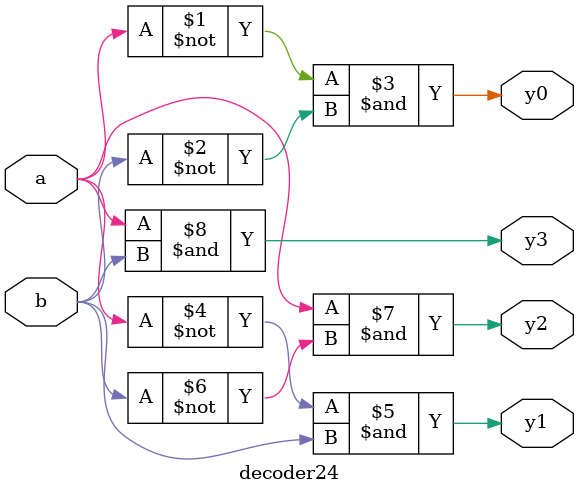
<source format=v>
module decoder24 (
    input wire a, b,
    output wire y0, y1, y2, y3
);
    assign y0 = ~a & ~b;
    assign y1 = ~a &  b;
    assign y2 =  a & ~b;
    assign y3 =  a &  b;
endmodule


</source>
